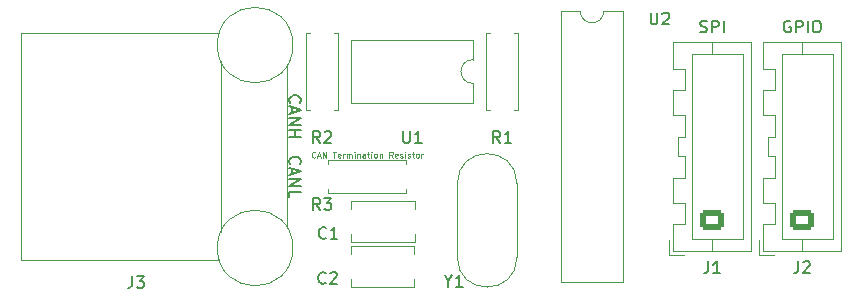
<source format=gto>
%TF.GenerationSoftware,KiCad,Pcbnew,8.0.2*%
%TF.CreationDate,2024-05-12T16:09:50+01:00*%
%TF.ProjectId,TelemetryCANBoard,54656c65-6d65-4747-9279-43414e426f61,rev?*%
%TF.SameCoordinates,Original*%
%TF.FileFunction,Legend,Top*%
%TF.FilePolarity,Positive*%
%FSLAX46Y46*%
G04 Gerber Fmt 4.6, Leading zero omitted, Abs format (unit mm)*
G04 Created by KiCad (PCBNEW 8.0.2) date 2024-05-12 16:09:50*
%MOMM*%
%LPD*%
G01*
G04 APERTURE LIST*
G04 Aperture macros list*
%AMRoundRect*
0 Rectangle with rounded corners*
0 $1 Rounding radius*
0 $2 $3 $4 $5 $6 $7 $8 $9 X,Y pos of 4 corners*
0 Add a 4 corners polygon primitive as box body*
4,1,4,$2,$3,$4,$5,$6,$7,$8,$9,$2,$3,0*
0 Add four circle primitives for the rounded corners*
1,1,$1+$1,$2,$3*
1,1,$1+$1,$4,$5*
1,1,$1+$1,$6,$7*
1,1,$1+$1,$8,$9*
0 Add four rect primitives between the rounded corners*
20,1,$1+$1,$2,$3,$4,$5,0*
20,1,$1+$1,$4,$5,$6,$7,0*
20,1,$1+$1,$6,$7,$8,$9,0*
20,1,$1+$1,$8,$9,$2,$3,0*%
G04 Aperture macros list end*
%ADD10C,0.150000*%
%ADD11C,0.100000*%
%ADD12C,0.120000*%
%ADD13C,3.200000*%
%ADD14C,1.600000*%
%ADD15O,1.600000X1.600000*%
%ADD16RoundRect,0.250000X0.725000X-0.600000X0.725000X0.600000X-0.725000X0.600000X-0.725000X-0.600000X0*%
%ADD17O,1.950000X1.700000*%
%ADD18R,1.600000X1.600000*%
%ADD19C,3.300000*%
%ADD20C,3.000000*%
%ADD21C,1.500000*%
G04 APERTURE END LIST*
D10*
X142084419Y-94202380D02*
X142036800Y-94154761D01*
X142036800Y-94154761D02*
X141989180Y-94011904D01*
X141989180Y-94011904D02*
X141989180Y-93916666D01*
X141989180Y-93916666D02*
X142036800Y-93773809D01*
X142036800Y-93773809D02*
X142132038Y-93678571D01*
X142132038Y-93678571D02*
X142227276Y-93630952D01*
X142227276Y-93630952D02*
X142417752Y-93583333D01*
X142417752Y-93583333D02*
X142560609Y-93583333D01*
X142560609Y-93583333D02*
X142751085Y-93630952D01*
X142751085Y-93630952D02*
X142846323Y-93678571D01*
X142846323Y-93678571D02*
X142941561Y-93773809D01*
X142941561Y-93773809D02*
X142989180Y-93916666D01*
X142989180Y-93916666D02*
X142989180Y-94011904D01*
X142989180Y-94011904D02*
X142941561Y-94154761D01*
X142941561Y-94154761D02*
X142893942Y-94202380D01*
X142274895Y-94583333D02*
X142274895Y-95059523D01*
X141989180Y-94488095D02*
X142989180Y-94821428D01*
X142989180Y-94821428D02*
X141989180Y-95154761D01*
X141989180Y-95488095D02*
X142989180Y-95488095D01*
X142989180Y-95488095D02*
X141989180Y-96059523D01*
X141989180Y-96059523D02*
X142989180Y-96059523D01*
X141989180Y-97011904D02*
X141989180Y-96535714D01*
X141989180Y-96535714D02*
X142989180Y-96535714D01*
X176776191Y-83007200D02*
X176919048Y-83054819D01*
X176919048Y-83054819D02*
X177157143Y-83054819D01*
X177157143Y-83054819D02*
X177252381Y-83007200D01*
X177252381Y-83007200D02*
X177300000Y-82959580D01*
X177300000Y-82959580D02*
X177347619Y-82864342D01*
X177347619Y-82864342D02*
X177347619Y-82769104D01*
X177347619Y-82769104D02*
X177300000Y-82673866D01*
X177300000Y-82673866D02*
X177252381Y-82626247D01*
X177252381Y-82626247D02*
X177157143Y-82578628D01*
X177157143Y-82578628D02*
X176966667Y-82531009D01*
X176966667Y-82531009D02*
X176871429Y-82483390D01*
X176871429Y-82483390D02*
X176823810Y-82435771D01*
X176823810Y-82435771D02*
X176776191Y-82340533D01*
X176776191Y-82340533D02*
X176776191Y-82245295D01*
X176776191Y-82245295D02*
X176823810Y-82150057D01*
X176823810Y-82150057D02*
X176871429Y-82102438D01*
X176871429Y-82102438D02*
X176966667Y-82054819D01*
X176966667Y-82054819D02*
X177204762Y-82054819D01*
X177204762Y-82054819D02*
X177347619Y-82102438D01*
X177776191Y-83054819D02*
X177776191Y-82054819D01*
X177776191Y-82054819D02*
X178157143Y-82054819D01*
X178157143Y-82054819D02*
X178252381Y-82102438D01*
X178252381Y-82102438D02*
X178300000Y-82150057D01*
X178300000Y-82150057D02*
X178347619Y-82245295D01*
X178347619Y-82245295D02*
X178347619Y-82388152D01*
X178347619Y-82388152D02*
X178300000Y-82483390D01*
X178300000Y-82483390D02*
X178252381Y-82531009D01*
X178252381Y-82531009D02*
X178157143Y-82578628D01*
X178157143Y-82578628D02*
X177776191Y-82578628D01*
X178776191Y-83054819D02*
X178776191Y-82054819D01*
D11*
X144197143Y-93611990D02*
X144173334Y-93635800D01*
X144173334Y-93635800D02*
X144101905Y-93659609D01*
X144101905Y-93659609D02*
X144054286Y-93659609D01*
X144054286Y-93659609D02*
X143982858Y-93635800D01*
X143982858Y-93635800D02*
X143935239Y-93588180D01*
X143935239Y-93588180D02*
X143911429Y-93540561D01*
X143911429Y-93540561D02*
X143887620Y-93445323D01*
X143887620Y-93445323D02*
X143887620Y-93373895D01*
X143887620Y-93373895D02*
X143911429Y-93278657D01*
X143911429Y-93278657D02*
X143935239Y-93231038D01*
X143935239Y-93231038D02*
X143982858Y-93183419D01*
X143982858Y-93183419D02*
X144054286Y-93159609D01*
X144054286Y-93159609D02*
X144101905Y-93159609D01*
X144101905Y-93159609D02*
X144173334Y-93183419D01*
X144173334Y-93183419D02*
X144197143Y-93207228D01*
X144387620Y-93516752D02*
X144625715Y-93516752D01*
X144340001Y-93659609D02*
X144506667Y-93159609D01*
X144506667Y-93159609D02*
X144673334Y-93659609D01*
X144840000Y-93659609D02*
X144840000Y-93159609D01*
X144840000Y-93159609D02*
X145125714Y-93659609D01*
X145125714Y-93659609D02*
X145125714Y-93159609D01*
X145673334Y-93159609D02*
X145959048Y-93159609D01*
X145816191Y-93659609D02*
X145816191Y-93159609D01*
X146316190Y-93635800D02*
X146268571Y-93659609D01*
X146268571Y-93659609D02*
X146173333Y-93659609D01*
X146173333Y-93659609D02*
X146125714Y-93635800D01*
X146125714Y-93635800D02*
X146101905Y-93588180D01*
X146101905Y-93588180D02*
X146101905Y-93397704D01*
X146101905Y-93397704D02*
X146125714Y-93350085D01*
X146125714Y-93350085D02*
X146173333Y-93326276D01*
X146173333Y-93326276D02*
X146268571Y-93326276D01*
X146268571Y-93326276D02*
X146316190Y-93350085D01*
X146316190Y-93350085D02*
X146340000Y-93397704D01*
X146340000Y-93397704D02*
X146340000Y-93445323D01*
X146340000Y-93445323D02*
X146101905Y-93492942D01*
X146554285Y-93659609D02*
X146554285Y-93326276D01*
X146554285Y-93421514D02*
X146578095Y-93373895D01*
X146578095Y-93373895D02*
X146601904Y-93350085D01*
X146601904Y-93350085D02*
X146649523Y-93326276D01*
X146649523Y-93326276D02*
X146697142Y-93326276D01*
X146863809Y-93659609D02*
X146863809Y-93326276D01*
X146863809Y-93373895D02*
X146887619Y-93350085D01*
X146887619Y-93350085D02*
X146935238Y-93326276D01*
X146935238Y-93326276D02*
X147006666Y-93326276D01*
X147006666Y-93326276D02*
X147054285Y-93350085D01*
X147054285Y-93350085D02*
X147078095Y-93397704D01*
X147078095Y-93397704D02*
X147078095Y-93659609D01*
X147078095Y-93397704D02*
X147101904Y-93350085D01*
X147101904Y-93350085D02*
X147149523Y-93326276D01*
X147149523Y-93326276D02*
X147220952Y-93326276D01*
X147220952Y-93326276D02*
X147268571Y-93350085D01*
X147268571Y-93350085D02*
X147292381Y-93397704D01*
X147292381Y-93397704D02*
X147292381Y-93659609D01*
X147530476Y-93659609D02*
X147530476Y-93326276D01*
X147530476Y-93159609D02*
X147506667Y-93183419D01*
X147506667Y-93183419D02*
X147530476Y-93207228D01*
X147530476Y-93207228D02*
X147554286Y-93183419D01*
X147554286Y-93183419D02*
X147530476Y-93159609D01*
X147530476Y-93159609D02*
X147530476Y-93207228D01*
X147768571Y-93326276D02*
X147768571Y-93659609D01*
X147768571Y-93373895D02*
X147792381Y-93350085D01*
X147792381Y-93350085D02*
X147840000Y-93326276D01*
X147840000Y-93326276D02*
X147911428Y-93326276D01*
X147911428Y-93326276D02*
X147959047Y-93350085D01*
X147959047Y-93350085D02*
X147982857Y-93397704D01*
X147982857Y-93397704D02*
X147982857Y-93659609D01*
X148435238Y-93659609D02*
X148435238Y-93397704D01*
X148435238Y-93397704D02*
X148411428Y-93350085D01*
X148411428Y-93350085D02*
X148363809Y-93326276D01*
X148363809Y-93326276D02*
X148268571Y-93326276D01*
X148268571Y-93326276D02*
X148220952Y-93350085D01*
X148435238Y-93635800D02*
X148387619Y-93659609D01*
X148387619Y-93659609D02*
X148268571Y-93659609D01*
X148268571Y-93659609D02*
X148220952Y-93635800D01*
X148220952Y-93635800D02*
X148197143Y-93588180D01*
X148197143Y-93588180D02*
X148197143Y-93540561D01*
X148197143Y-93540561D02*
X148220952Y-93492942D01*
X148220952Y-93492942D02*
X148268571Y-93469133D01*
X148268571Y-93469133D02*
X148387619Y-93469133D01*
X148387619Y-93469133D02*
X148435238Y-93445323D01*
X148601905Y-93326276D02*
X148792381Y-93326276D01*
X148673333Y-93159609D02*
X148673333Y-93588180D01*
X148673333Y-93588180D02*
X148697143Y-93635800D01*
X148697143Y-93635800D02*
X148744762Y-93659609D01*
X148744762Y-93659609D02*
X148792381Y-93659609D01*
X148959047Y-93659609D02*
X148959047Y-93326276D01*
X148959047Y-93159609D02*
X148935238Y-93183419D01*
X148935238Y-93183419D02*
X148959047Y-93207228D01*
X148959047Y-93207228D02*
X148982857Y-93183419D01*
X148982857Y-93183419D02*
X148959047Y-93159609D01*
X148959047Y-93159609D02*
X148959047Y-93207228D01*
X149268571Y-93659609D02*
X149220952Y-93635800D01*
X149220952Y-93635800D02*
X149197142Y-93611990D01*
X149197142Y-93611990D02*
X149173333Y-93564371D01*
X149173333Y-93564371D02*
X149173333Y-93421514D01*
X149173333Y-93421514D02*
X149197142Y-93373895D01*
X149197142Y-93373895D02*
X149220952Y-93350085D01*
X149220952Y-93350085D02*
X149268571Y-93326276D01*
X149268571Y-93326276D02*
X149339999Y-93326276D01*
X149339999Y-93326276D02*
X149387618Y-93350085D01*
X149387618Y-93350085D02*
X149411428Y-93373895D01*
X149411428Y-93373895D02*
X149435237Y-93421514D01*
X149435237Y-93421514D02*
X149435237Y-93564371D01*
X149435237Y-93564371D02*
X149411428Y-93611990D01*
X149411428Y-93611990D02*
X149387618Y-93635800D01*
X149387618Y-93635800D02*
X149339999Y-93659609D01*
X149339999Y-93659609D02*
X149268571Y-93659609D01*
X149649523Y-93326276D02*
X149649523Y-93659609D01*
X149649523Y-93373895D02*
X149673333Y-93350085D01*
X149673333Y-93350085D02*
X149720952Y-93326276D01*
X149720952Y-93326276D02*
X149792380Y-93326276D01*
X149792380Y-93326276D02*
X149839999Y-93350085D01*
X149839999Y-93350085D02*
X149863809Y-93397704D01*
X149863809Y-93397704D02*
X149863809Y-93659609D01*
X150768570Y-93659609D02*
X150601904Y-93421514D01*
X150482856Y-93659609D02*
X150482856Y-93159609D01*
X150482856Y-93159609D02*
X150673332Y-93159609D01*
X150673332Y-93159609D02*
X150720951Y-93183419D01*
X150720951Y-93183419D02*
X150744761Y-93207228D01*
X150744761Y-93207228D02*
X150768570Y-93254847D01*
X150768570Y-93254847D02*
X150768570Y-93326276D01*
X150768570Y-93326276D02*
X150744761Y-93373895D01*
X150744761Y-93373895D02*
X150720951Y-93397704D01*
X150720951Y-93397704D02*
X150673332Y-93421514D01*
X150673332Y-93421514D02*
X150482856Y-93421514D01*
X151173332Y-93635800D02*
X151125713Y-93659609D01*
X151125713Y-93659609D02*
X151030475Y-93659609D01*
X151030475Y-93659609D02*
X150982856Y-93635800D01*
X150982856Y-93635800D02*
X150959047Y-93588180D01*
X150959047Y-93588180D02*
X150959047Y-93397704D01*
X150959047Y-93397704D02*
X150982856Y-93350085D01*
X150982856Y-93350085D02*
X151030475Y-93326276D01*
X151030475Y-93326276D02*
X151125713Y-93326276D01*
X151125713Y-93326276D02*
X151173332Y-93350085D01*
X151173332Y-93350085D02*
X151197142Y-93397704D01*
X151197142Y-93397704D02*
X151197142Y-93445323D01*
X151197142Y-93445323D02*
X150959047Y-93492942D01*
X151387618Y-93635800D02*
X151435237Y-93659609D01*
X151435237Y-93659609D02*
X151530475Y-93659609D01*
X151530475Y-93659609D02*
X151578094Y-93635800D01*
X151578094Y-93635800D02*
X151601903Y-93588180D01*
X151601903Y-93588180D02*
X151601903Y-93564371D01*
X151601903Y-93564371D02*
X151578094Y-93516752D01*
X151578094Y-93516752D02*
X151530475Y-93492942D01*
X151530475Y-93492942D02*
X151459046Y-93492942D01*
X151459046Y-93492942D02*
X151411427Y-93469133D01*
X151411427Y-93469133D02*
X151387618Y-93421514D01*
X151387618Y-93421514D02*
X151387618Y-93397704D01*
X151387618Y-93397704D02*
X151411427Y-93350085D01*
X151411427Y-93350085D02*
X151459046Y-93326276D01*
X151459046Y-93326276D02*
X151530475Y-93326276D01*
X151530475Y-93326276D02*
X151578094Y-93350085D01*
X151816189Y-93659609D02*
X151816189Y-93326276D01*
X151816189Y-93159609D02*
X151792380Y-93183419D01*
X151792380Y-93183419D02*
X151816189Y-93207228D01*
X151816189Y-93207228D02*
X151839999Y-93183419D01*
X151839999Y-93183419D02*
X151816189Y-93159609D01*
X151816189Y-93159609D02*
X151816189Y-93207228D01*
X152030475Y-93635800D02*
X152078094Y-93659609D01*
X152078094Y-93659609D02*
X152173332Y-93659609D01*
X152173332Y-93659609D02*
X152220951Y-93635800D01*
X152220951Y-93635800D02*
X152244760Y-93588180D01*
X152244760Y-93588180D02*
X152244760Y-93564371D01*
X152244760Y-93564371D02*
X152220951Y-93516752D01*
X152220951Y-93516752D02*
X152173332Y-93492942D01*
X152173332Y-93492942D02*
X152101903Y-93492942D01*
X152101903Y-93492942D02*
X152054284Y-93469133D01*
X152054284Y-93469133D02*
X152030475Y-93421514D01*
X152030475Y-93421514D02*
X152030475Y-93397704D01*
X152030475Y-93397704D02*
X152054284Y-93350085D01*
X152054284Y-93350085D02*
X152101903Y-93326276D01*
X152101903Y-93326276D02*
X152173332Y-93326276D01*
X152173332Y-93326276D02*
X152220951Y-93350085D01*
X152387618Y-93326276D02*
X152578094Y-93326276D01*
X152459046Y-93159609D02*
X152459046Y-93588180D01*
X152459046Y-93588180D02*
X152482856Y-93635800D01*
X152482856Y-93635800D02*
X152530475Y-93659609D01*
X152530475Y-93659609D02*
X152578094Y-93659609D01*
X152816189Y-93659609D02*
X152768570Y-93635800D01*
X152768570Y-93635800D02*
X152744760Y-93611990D01*
X152744760Y-93611990D02*
X152720951Y-93564371D01*
X152720951Y-93564371D02*
X152720951Y-93421514D01*
X152720951Y-93421514D02*
X152744760Y-93373895D01*
X152744760Y-93373895D02*
X152768570Y-93350085D01*
X152768570Y-93350085D02*
X152816189Y-93326276D01*
X152816189Y-93326276D02*
X152887617Y-93326276D01*
X152887617Y-93326276D02*
X152935236Y-93350085D01*
X152935236Y-93350085D02*
X152959046Y-93373895D01*
X152959046Y-93373895D02*
X152982855Y-93421514D01*
X152982855Y-93421514D02*
X152982855Y-93564371D01*
X152982855Y-93564371D02*
X152959046Y-93611990D01*
X152959046Y-93611990D02*
X152935236Y-93635800D01*
X152935236Y-93635800D02*
X152887617Y-93659609D01*
X152887617Y-93659609D02*
X152816189Y-93659609D01*
X153197141Y-93659609D02*
X153197141Y-93326276D01*
X153197141Y-93421514D02*
X153220951Y-93373895D01*
X153220951Y-93373895D02*
X153244760Y-93350085D01*
X153244760Y-93350085D02*
X153292379Y-93326276D01*
X153292379Y-93326276D02*
X153339998Y-93326276D01*
D10*
X142084419Y-89003333D02*
X142036800Y-88955714D01*
X142036800Y-88955714D02*
X141989180Y-88812857D01*
X141989180Y-88812857D02*
X141989180Y-88717619D01*
X141989180Y-88717619D02*
X142036800Y-88574762D01*
X142036800Y-88574762D02*
X142132038Y-88479524D01*
X142132038Y-88479524D02*
X142227276Y-88431905D01*
X142227276Y-88431905D02*
X142417752Y-88384286D01*
X142417752Y-88384286D02*
X142560609Y-88384286D01*
X142560609Y-88384286D02*
X142751085Y-88431905D01*
X142751085Y-88431905D02*
X142846323Y-88479524D01*
X142846323Y-88479524D02*
X142941561Y-88574762D01*
X142941561Y-88574762D02*
X142989180Y-88717619D01*
X142989180Y-88717619D02*
X142989180Y-88812857D01*
X142989180Y-88812857D02*
X142941561Y-88955714D01*
X142941561Y-88955714D02*
X142893942Y-89003333D01*
X142274895Y-89384286D02*
X142274895Y-89860476D01*
X141989180Y-89289048D02*
X142989180Y-89622381D01*
X142989180Y-89622381D02*
X141989180Y-89955714D01*
X141989180Y-90289048D02*
X142989180Y-90289048D01*
X142989180Y-90289048D02*
X141989180Y-90860476D01*
X141989180Y-90860476D02*
X142989180Y-90860476D01*
X141989180Y-91336667D02*
X142989180Y-91336667D01*
X142512990Y-91336667D02*
X142512990Y-91908095D01*
X141989180Y-91908095D02*
X142989180Y-91908095D01*
X184420000Y-82102438D02*
X184324762Y-82054819D01*
X184324762Y-82054819D02*
X184181905Y-82054819D01*
X184181905Y-82054819D02*
X184039048Y-82102438D01*
X184039048Y-82102438D02*
X183943810Y-82197676D01*
X183943810Y-82197676D02*
X183896191Y-82292914D01*
X183896191Y-82292914D02*
X183848572Y-82483390D01*
X183848572Y-82483390D02*
X183848572Y-82626247D01*
X183848572Y-82626247D02*
X183896191Y-82816723D01*
X183896191Y-82816723D02*
X183943810Y-82911961D01*
X183943810Y-82911961D02*
X184039048Y-83007200D01*
X184039048Y-83007200D02*
X184181905Y-83054819D01*
X184181905Y-83054819D02*
X184277143Y-83054819D01*
X184277143Y-83054819D02*
X184420000Y-83007200D01*
X184420000Y-83007200D02*
X184467619Y-82959580D01*
X184467619Y-82959580D02*
X184467619Y-82626247D01*
X184467619Y-82626247D02*
X184277143Y-82626247D01*
X184896191Y-83054819D02*
X184896191Y-82054819D01*
X184896191Y-82054819D02*
X185277143Y-82054819D01*
X185277143Y-82054819D02*
X185372381Y-82102438D01*
X185372381Y-82102438D02*
X185420000Y-82150057D01*
X185420000Y-82150057D02*
X185467619Y-82245295D01*
X185467619Y-82245295D02*
X185467619Y-82388152D01*
X185467619Y-82388152D02*
X185420000Y-82483390D01*
X185420000Y-82483390D02*
X185372381Y-82531009D01*
X185372381Y-82531009D02*
X185277143Y-82578628D01*
X185277143Y-82578628D02*
X184896191Y-82578628D01*
X185896191Y-83054819D02*
X185896191Y-82054819D01*
X186562857Y-82054819D02*
X186753333Y-82054819D01*
X186753333Y-82054819D02*
X186848571Y-82102438D01*
X186848571Y-82102438D02*
X186943809Y-82197676D01*
X186943809Y-82197676D02*
X186991428Y-82388152D01*
X186991428Y-82388152D02*
X186991428Y-82721485D01*
X186991428Y-82721485D02*
X186943809Y-82911961D01*
X186943809Y-82911961D02*
X186848571Y-83007200D01*
X186848571Y-83007200D02*
X186753333Y-83054819D01*
X186753333Y-83054819D02*
X186562857Y-83054819D01*
X186562857Y-83054819D02*
X186467619Y-83007200D01*
X186467619Y-83007200D02*
X186372381Y-82911961D01*
X186372381Y-82911961D02*
X186324762Y-82721485D01*
X186324762Y-82721485D02*
X186324762Y-82388152D01*
X186324762Y-82388152D02*
X186372381Y-82197676D01*
X186372381Y-82197676D02*
X186467619Y-82102438D01*
X186467619Y-82102438D02*
X186562857Y-82054819D01*
X159853333Y-92402819D02*
X159520000Y-91926628D01*
X159281905Y-92402819D02*
X159281905Y-91402819D01*
X159281905Y-91402819D02*
X159662857Y-91402819D01*
X159662857Y-91402819D02*
X159758095Y-91450438D01*
X159758095Y-91450438D02*
X159805714Y-91498057D01*
X159805714Y-91498057D02*
X159853333Y-91593295D01*
X159853333Y-91593295D02*
X159853333Y-91736152D01*
X159853333Y-91736152D02*
X159805714Y-91831390D01*
X159805714Y-91831390D02*
X159758095Y-91879009D01*
X159758095Y-91879009D02*
X159662857Y-91926628D01*
X159662857Y-91926628D02*
X159281905Y-91926628D01*
X160805714Y-92402819D02*
X160234286Y-92402819D01*
X160520000Y-92402819D02*
X160520000Y-91402819D01*
X160520000Y-91402819D02*
X160424762Y-91545676D01*
X160424762Y-91545676D02*
X160329524Y-91640914D01*
X160329524Y-91640914D02*
X160234286Y-91688533D01*
X177466666Y-102424819D02*
X177466666Y-103139104D01*
X177466666Y-103139104D02*
X177419047Y-103281961D01*
X177419047Y-103281961D02*
X177323809Y-103377200D01*
X177323809Y-103377200D02*
X177180952Y-103424819D01*
X177180952Y-103424819D02*
X177085714Y-103424819D01*
X178466666Y-103424819D02*
X177895238Y-103424819D01*
X178180952Y-103424819D02*
X178180952Y-102424819D01*
X178180952Y-102424819D02*
X178085714Y-102567676D01*
X178085714Y-102567676D02*
X177990476Y-102662914D01*
X177990476Y-102662914D02*
X177895238Y-102710533D01*
X144613333Y-92402819D02*
X144280000Y-91926628D01*
X144041905Y-92402819D02*
X144041905Y-91402819D01*
X144041905Y-91402819D02*
X144422857Y-91402819D01*
X144422857Y-91402819D02*
X144518095Y-91450438D01*
X144518095Y-91450438D02*
X144565714Y-91498057D01*
X144565714Y-91498057D02*
X144613333Y-91593295D01*
X144613333Y-91593295D02*
X144613333Y-91736152D01*
X144613333Y-91736152D02*
X144565714Y-91831390D01*
X144565714Y-91831390D02*
X144518095Y-91879009D01*
X144518095Y-91879009D02*
X144422857Y-91926628D01*
X144422857Y-91926628D02*
X144041905Y-91926628D01*
X144994286Y-91498057D02*
X145041905Y-91450438D01*
X145041905Y-91450438D02*
X145137143Y-91402819D01*
X145137143Y-91402819D02*
X145375238Y-91402819D01*
X145375238Y-91402819D02*
X145470476Y-91450438D01*
X145470476Y-91450438D02*
X145518095Y-91498057D01*
X145518095Y-91498057D02*
X145565714Y-91593295D01*
X145565714Y-91593295D02*
X145565714Y-91688533D01*
X145565714Y-91688533D02*
X145518095Y-91831390D01*
X145518095Y-91831390D02*
X144946667Y-92402819D01*
X144946667Y-92402819D02*
X145565714Y-92402819D01*
X151638095Y-91402819D02*
X151638095Y-92212342D01*
X151638095Y-92212342D02*
X151685714Y-92307580D01*
X151685714Y-92307580D02*
X151733333Y-92355200D01*
X151733333Y-92355200D02*
X151828571Y-92402819D01*
X151828571Y-92402819D02*
X152019047Y-92402819D01*
X152019047Y-92402819D02*
X152114285Y-92355200D01*
X152114285Y-92355200D02*
X152161904Y-92307580D01*
X152161904Y-92307580D02*
X152209523Y-92212342D01*
X152209523Y-92212342D02*
X152209523Y-91402819D01*
X153209523Y-92402819D02*
X152638095Y-92402819D01*
X152923809Y-92402819D02*
X152923809Y-91402819D01*
X152923809Y-91402819D02*
X152828571Y-91545676D01*
X152828571Y-91545676D02*
X152733333Y-91640914D01*
X152733333Y-91640914D02*
X152638095Y-91688533D01*
X128698666Y-103691819D02*
X128698666Y-104406104D01*
X128698666Y-104406104D02*
X128651047Y-104548961D01*
X128651047Y-104548961D02*
X128555809Y-104644200D01*
X128555809Y-104644200D02*
X128412952Y-104691819D01*
X128412952Y-104691819D02*
X128317714Y-104691819D01*
X129079619Y-103691819D02*
X129698666Y-103691819D01*
X129698666Y-103691819D02*
X129365333Y-104072771D01*
X129365333Y-104072771D02*
X129508190Y-104072771D01*
X129508190Y-104072771D02*
X129603428Y-104120390D01*
X129603428Y-104120390D02*
X129651047Y-104168009D01*
X129651047Y-104168009D02*
X129698666Y-104263247D01*
X129698666Y-104263247D02*
X129698666Y-104501342D01*
X129698666Y-104501342D02*
X129651047Y-104596580D01*
X129651047Y-104596580D02*
X129603428Y-104644200D01*
X129603428Y-104644200D02*
X129508190Y-104691819D01*
X129508190Y-104691819D02*
X129222476Y-104691819D01*
X129222476Y-104691819D02*
X129127238Y-104644200D01*
X129127238Y-104644200D02*
X129079619Y-104596580D01*
X155479809Y-104118628D02*
X155479809Y-104594819D01*
X155146476Y-103594819D02*
X155479809Y-104118628D01*
X155479809Y-104118628D02*
X155813142Y-103594819D01*
X156670285Y-104594819D02*
X156098857Y-104594819D01*
X156384571Y-104594819D02*
X156384571Y-103594819D01*
X156384571Y-103594819D02*
X156289333Y-103737676D01*
X156289333Y-103737676D02*
X156194095Y-103832914D01*
X156194095Y-103832914D02*
X156098857Y-103880533D01*
X185086666Y-102424819D02*
X185086666Y-103139104D01*
X185086666Y-103139104D02*
X185039047Y-103281961D01*
X185039047Y-103281961D02*
X184943809Y-103377200D01*
X184943809Y-103377200D02*
X184800952Y-103424819D01*
X184800952Y-103424819D02*
X184705714Y-103424819D01*
X185515238Y-102520057D02*
X185562857Y-102472438D01*
X185562857Y-102472438D02*
X185658095Y-102424819D01*
X185658095Y-102424819D02*
X185896190Y-102424819D01*
X185896190Y-102424819D02*
X185991428Y-102472438D01*
X185991428Y-102472438D02*
X186039047Y-102520057D01*
X186039047Y-102520057D02*
X186086666Y-102615295D01*
X186086666Y-102615295D02*
X186086666Y-102710533D01*
X186086666Y-102710533D02*
X186039047Y-102853390D01*
X186039047Y-102853390D02*
X185467619Y-103424819D01*
X185467619Y-103424819D02*
X186086666Y-103424819D01*
X144613333Y-98074819D02*
X144280000Y-97598628D01*
X144041905Y-98074819D02*
X144041905Y-97074819D01*
X144041905Y-97074819D02*
X144422857Y-97074819D01*
X144422857Y-97074819D02*
X144518095Y-97122438D01*
X144518095Y-97122438D02*
X144565714Y-97170057D01*
X144565714Y-97170057D02*
X144613333Y-97265295D01*
X144613333Y-97265295D02*
X144613333Y-97408152D01*
X144613333Y-97408152D02*
X144565714Y-97503390D01*
X144565714Y-97503390D02*
X144518095Y-97551009D01*
X144518095Y-97551009D02*
X144422857Y-97598628D01*
X144422857Y-97598628D02*
X144041905Y-97598628D01*
X144946667Y-97074819D02*
X145565714Y-97074819D01*
X145565714Y-97074819D02*
X145232381Y-97455771D01*
X145232381Y-97455771D02*
X145375238Y-97455771D01*
X145375238Y-97455771D02*
X145470476Y-97503390D01*
X145470476Y-97503390D02*
X145518095Y-97551009D01*
X145518095Y-97551009D02*
X145565714Y-97646247D01*
X145565714Y-97646247D02*
X145565714Y-97884342D01*
X145565714Y-97884342D02*
X145518095Y-97979580D01*
X145518095Y-97979580D02*
X145470476Y-98027200D01*
X145470476Y-98027200D02*
X145375238Y-98074819D01*
X145375238Y-98074819D02*
X145089524Y-98074819D01*
X145089524Y-98074819D02*
X144994286Y-98027200D01*
X144994286Y-98027200D02*
X144946667Y-97979580D01*
X172593095Y-81369819D02*
X172593095Y-82179342D01*
X172593095Y-82179342D02*
X172640714Y-82274580D01*
X172640714Y-82274580D02*
X172688333Y-82322200D01*
X172688333Y-82322200D02*
X172783571Y-82369819D01*
X172783571Y-82369819D02*
X172974047Y-82369819D01*
X172974047Y-82369819D02*
X173069285Y-82322200D01*
X173069285Y-82322200D02*
X173116904Y-82274580D01*
X173116904Y-82274580D02*
X173164523Y-82179342D01*
X173164523Y-82179342D02*
X173164523Y-81369819D01*
X173593095Y-81465057D02*
X173640714Y-81417438D01*
X173640714Y-81417438D02*
X173735952Y-81369819D01*
X173735952Y-81369819D02*
X173974047Y-81369819D01*
X173974047Y-81369819D02*
X174069285Y-81417438D01*
X174069285Y-81417438D02*
X174116904Y-81465057D01*
X174116904Y-81465057D02*
X174164523Y-81560295D01*
X174164523Y-81560295D02*
X174164523Y-81655533D01*
X174164523Y-81655533D02*
X174116904Y-81798390D01*
X174116904Y-81798390D02*
X173545476Y-82369819D01*
X173545476Y-82369819D02*
X174164523Y-82369819D01*
X145121333Y-100435580D02*
X145073714Y-100483200D01*
X145073714Y-100483200D02*
X144930857Y-100530819D01*
X144930857Y-100530819D02*
X144835619Y-100530819D01*
X144835619Y-100530819D02*
X144692762Y-100483200D01*
X144692762Y-100483200D02*
X144597524Y-100387961D01*
X144597524Y-100387961D02*
X144549905Y-100292723D01*
X144549905Y-100292723D02*
X144502286Y-100102247D01*
X144502286Y-100102247D02*
X144502286Y-99959390D01*
X144502286Y-99959390D02*
X144549905Y-99768914D01*
X144549905Y-99768914D02*
X144597524Y-99673676D01*
X144597524Y-99673676D02*
X144692762Y-99578438D01*
X144692762Y-99578438D02*
X144835619Y-99530819D01*
X144835619Y-99530819D02*
X144930857Y-99530819D01*
X144930857Y-99530819D02*
X145073714Y-99578438D01*
X145073714Y-99578438D02*
X145121333Y-99626057D01*
X146073714Y-100530819D02*
X145502286Y-100530819D01*
X145788000Y-100530819D02*
X145788000Y-99530819D01*
X145788000Y-99530819D02*
X145692762Y-99673676D01*
X145692762Y-99673676D02*
X145597524Y-99768914D01*
X145597524Y-99768914D02*
X145502286Y-99816533D01*
X145081333Y-104245580D02*
X145033714Y-104293200D01*
X145033714Y-104293200D02*
X144890857Y-104340819D01*
X144890857Y-104340819D02*
X144795619Y-104340819D01*
X144795619Y-104340819D02*
X144652762Y-104293200D01*
X144652762Y-104293200D02*
X144557524Y-104197961D01*
X144557524Y-104197961D02*
X144509905Y-104102723D01*
X144509905Y-104102723D02*
X144462286Y-103912247D01*
X144462286Y-103912247D02*
X144462286Y-103769390D01*
X144462286Y-103769390D02*
X144509905Y-103578914D01*
X144509905Y-103578914D02*
X144557524Y-103483676D01*
X144557524Y-103483676D02*
X144652762Y-103388438D01*
X144652762Y-103388438D02*
X144795619Y-103340819D01*
X144795619Y-103340819D02*
X144890857Y-103340819D01*
X144890857Y-103340819D02*
X145033714Y-103388438D01*
X145033714Y-103388438D02*
X145081333Y-103436057D01*
X145462286Y-103436057D02*
X145509905Y-103388438D01*
X145509905Y-103388438D02*
X145605143Y-103340819D01*
X145605143Y-103340819D02*
X145843238Y-103340819D01*
X145843238Y-103340819D02*
X145938476Y-103388438D01*
X145938476Y-103388438D02*
X145986095Y-103436057D01*
X145986095Y-103436057D02*
X146033714Y-103531295D01*
X146033714Y-103531295D02*
X146033714Y-103626533D01*
X146033714Y-103626533D02*
X145986095Y-103769390D01*
X145986095Y-103769390D02*
X145414667Y-104340819D01*
X145414667Y-104340819D02*
X146033714Y-104340819D01*
D12*
%TO.C,R1*%
X158650000Y-89630000D02*
X158650000Y-83090000D01*
X158980000Y-89630000D02*
X158650000Y-89630000D01*
X161060000Y-89630000D02*
X161390000Y-89630000D01*
X161390000Y-89630000D02*
X161390000Y-83090000D01*
X158650000Y-83090000D02*
X158980000Y-83090000D01*
X161390000Y-83090000D02*
X161060000Y-83090000D01*
%TO.C,J1*%
X174190000Y-101870000D02*
X175440000Y-101870000D01*
X174490000Y-101570000D02*
X181110000Y-101570000D01*
X177800000Y-101570000D02*
X177800000Y-100560000D01*
X181110000Y-101570000D02*
X181110000Y-83850000D01*
X174190000Y-100620000D02*
X174190000Y-101870000D01*
X176100000Y-100560000D02*
X180400000Y-100560000D01*
X180400000Y-100560000D02*
X180400000Y-84860000D01*
X174490000Y-99270000D02*
X174490000Y-101570000D01*
X175490000Y-99270000D02*
X174490000Y-99270000D01*
X174490000Y-97510000D02*
X175490000Y-97510000D01*
X175490000Y-97510000D02*
X175490000Y-99270000D01*
X174490000Y-95410000D02*
X174490000Y-97510000D01*
X175490000Y-95410000D02*
X174490000Y-95410000D01*
X174890000Y-93510000D02*
X175490000Y-93510000D01*
X175490000Y-93510000D02*
X175490000Y-95410000D01*
X174890000Y-91910000D02*
X174890000Y-93510000D01*
X175490000Y-91910000D02*
X174890000Y-91910000D01*
X174490000Y-90010000D02*
X175490000Y-90010000D01*
X175490000Y-90010000D02*
X175490000Y-91910000D01*
X174490000Y-87910000D02*
X174490000Y-90010000D01*
X175490000Y-87910000D02*
X174490000Y-87910000D01*
X174490000Y-86150000D02*
X175490000Y-86150000D01*
X175490000Y-86150000D02*
X175490000Y-87910000D01*
X176100000Y-84860000D02*
X176100000Y-100560000D01*
X180400000Y-84860000D02*
X176100000Y-84860000D01*
X174490000Y-83850000D02*
X174490000Y-86150000D01*
X177800000Y-83850000D02*
X177800000Y-84860000D01*
X181110000Y-83850000D02*
X174490000Y-83850000D01*
%TO.C,R2*%
X146150000Y-83090000D02*
X146150000Y-89630000D01*
X145820000Y-83090000D02*
X146150000Y-83090000D01*
X143740000Y-83090000D02*
X143410000Y-83090000D01*
X143410000Y-83090000D02*
X143410000Y-89630000D01*
X146150000Y-89630000D02*
X145820000Y-89630000D01*
X143410000Y-89630000D02*
X143740000Y-89630000D01*
%TO.C,U1*%
X157540000Y-83710000D02*
X147260000Y-83710000D01*
X147260000Y-83710000D02*
X147260000Y-89010000D01*
X157540000Y-85360000D02*
X157540000Y-83710000D01*
X157540000Y-89010000D02*
X157540000Y-87360000D01*
X147260000Y-89010000D02*
X157540000Y-89010000D01*
X157540000Y-87360000D02*
G75*
G02*
X157540000Y-85360000I0J1000000D01*
G01*
%TO.C,J3*%
X119310000Y-83120000D02*
X136020000Y-83120000D01*
X136210000Y-85507500D02*
X136210000Y-99912500D01*
X141810000Y-85860000D02*
X141810000Y-99560000D01*
X136020000Y-102300000D02*
X119310000Y-102300000D01*
X119310000Y-102300000D02*
X119310000Y-83120000D01*
X142310000Y-84120000D02*
G75*
G02*
X135910000Y-84120000I-3200000J0D01*
G01*
X135910000Y-84120000D02*
G75*
G02*
X142310000Y-84120000I3200000J0D01*
G01*
X142310000Y-101300000D02*
G75*
G02*
X135910000Y-101300000I-3200000J0D01*
G01*
X135910000Y-101300000D02*
G75*
G02*
X142310000Y-101300000I3200000J0D01*
G01*
%TO.C,Y1*%
X161275000Y-95835000D02*
X161275000Y-102085000D01*
X156225000Y-95835000D02*
X156225000Y-102085000D01*
X156225000Y-95835000D02*
G75*
G02*
X161275000Y-95835000I2525000J0D01*
G01*
X161275000Y-102085000D02*
G75*
G02*
X156225000Y-102085000I-2525000J0D01*
G01*
%TO.C,J2*%
X181810000Y-101870000D02*
X183060000Y-101870000D01*
X182110000Y-101570000D02*
X188730000Y-101570000D01*
X185420000Y-101570000D02*
X185420000Y-100560000D01*
X188730000Y-101570000D02*
X188730000Y-83850000D01*
X181810000Y-100620000D02*
X181810000Y-101870000D01*
X183720000Y-100560000D02*
X188020000Y-100560000D01*
X188020000Y-100560000D02*
X188020000Y-84860000D01*
X182110000Y-99270000D02*
X182110000Y-101570000D01*
X183110000Y-99270000D02*
X182110000Y-99270000D01*
X182110000Y-97510000D02*
X183110000Y-97510000D01*
X183110000Y-97510000D02*
X183110000Y-99270000D01*
X182110000Y-95410000D02*
X182110000Y-97510000D01*
X183110000Y-95410000D02*
X182110000Y-95410000D01*
X182510000Y-93510000D02*
X183110000Y-93510000D01*
X183110000Y-93510000D02*
X183110000Y-95410000D01*
X182510000Y-91910000D02*
X182510000Y-93510000D01*
X183110000Y-91910000D02*
X182510000Y-91910000D01*
X182110000Y-90010000D02*
X183110000Y-90010000D01*
X183110000Y-90010000D02*
X183110000Y-91910000D01*
X182110000Y-87910000D02*
X182110000Y-90010000D01*
X183110000Y-87910000D02*
X182110000Y-87910000D01*
X182110000Y-86150000D02*
X183110000Y-86150000D01*
X183110000Y-86150000D02*
X183110000Y-87910000D01*
X183720000Y-84860000D02*
X183720000Y-100560000D01*
X188020000Y-84860000D02*
X183720000Y-84860000D01*
X182110000Y-83850000D02*
X182110000Y-86150000D01*
X185420000Y-83850000D02*
X185420000Y-84860000D01*
X188730000Y-83850000D02*
X182110000Y-83850000D01*
%TO.C,R3*%
X151860000Y-96620000D02*
X145320000Y-96620000D01*
X151860000Y-96290000D02*
X151860000Y-96620000D01*
X151860000Y-94210000D02*
X151860000Y-93880000D01*
X151860000Y-93880000D02*
X145320000Y-93880000D01*
X145320000Y-96620000D02*
X145320000Y-96290000D01*
X145320000Y-93880000D02*
X145320000Y-94210000D01*
%TO.C,U2*%
X164990000Y-81220000D02*
X164990000Y-104200000D01*
X164990000Y-104200000D02*
X170290000Y-104200000D01*
X166640000Y-81220000D02*
X164990000Y-81220000D01*
X170290000Y-81220000D02*
X168640000Y-81220000D01*
X170290000Y-104200000D02*
X170290000Y-81220000D01*
X168640000Y-81220000D02*
G75*
G02*
X166640000Y-81220000I-1000000J0D01*
G01*
%TO.C,C1*%
X147270000Y-97339000D02*
X147270000Y-98005000D01*
X147270000Y-97339000D02*
X152610000Y-97339000D01*
X147270000Y-100115000D02*
X147270000Y-100781000D01*
X147270000Y-100781000D02*
X152610000Y-100781000D01*
X152610000Y-97339000D02*
X152610000Y-98005000D01*
X152610000Y-100115000D02*
X152610000Y-100781000D01*
%TO.C,C2*%
X147230000Y-101149000D02*
X147230000Y-101815000D01*
X147230000Y-101149000D02*
X152570000Y-101149000D01*
X147230000Y-103925000D02*
X147230000Y-104591000D01*
X147230000Y-104591000D02*
X152570000Y-104591000D01*
X152570000Y-101149000D02*
X152570000Y-101815000D01*
X152570000Y-103925000D02*
X152570000Y-104591000D01*
%TD*%
%LPC*%
D13*
%TO.C,MNT4*%
X128270000Y-106680000D03*
%TD*%
D14*
%TO.C,R1*%
X160020000Y-90170000D03*
D15*
X160020000Y-82550000D03*
%TD*%
D16*
%TO.C,J1*%
X177800000Y-98960000D03*
D17*
X177800000Y-96460000D03*
X177800000Y-93960000D03*
X177800000Y-91460000D03*
X177800000Y-88960000D03*
X177800000Y-86460000D03*
%TD*%
D14*
%TO.C,R2*%
X144780000Y-82550000D03*
D15*
X144780000Y-90170000D03*
%TD*%
D13*
%TO.C,MNT1*%
X185420000Y-106680000D03*
%TD*%
D18*
%TO.C,U1*%
X156210000Y-82550000D03*
D15*
X153670000Y-82550000D03*
X151130000Y-82550000D03*
X148590000Y-82550000D03*
X148590000Y-90170000D03*
X151130000Y-90170000D03*
X153670000Y-90170000D03*
X156210000Y-90170000D03*
%TD*%
D19*
%TO.C,J3*%
X139110000Y-84120000D03*
X139110000Y-101300000D03*
D20*
X139110000Y-90010000D03*
X139110000Y-95410000D03*
%TD*%
D21*
%TO.C,Y1*%
X158750000Y-96520000D03*
X158750000Y-101400000D03*
%TD*%
D16*
%TO.C,J2*%
X185420000Y-98960000D03*
D17*
X185420000Y-96460000D03*
X185420000Y-93960000D03*
X185420000Y-91460000D03*
X185420000Y-88960000D03*
X185420000Y-86460000D03*
%TD*%
D13*
%TO.C,MNT3*%
X128270000Y-78740000D03*
%TD*%
D14*
%TO.C,R3*%
X152400000Y-95250000D03*
D15*
X144780000Y-95250000D03*
%TD*%
D18*
%TO.C,U2*%
X163830000Y-82550000D03*
D15*
X163830000Y-85090000D03*
X163830000Y-87630000D03*
X163830000Y-90170000D03*
X163830000Y-92710000D03*
X163830000Y-95250000D03*
X163830000Y-97790000D03*
X163830000Y-100330000D03*
X163830000Y-102870000D03*
X171450000Y-102870000D03*
X171450000Y-100330000D03*
X171450000Y-97790000D03*
X171450000Y-95250000D03*
X171450000Y-92710000D03*
X171450000Y-90170000D03*
X171450000Y-87630000D03*
X171450000Y-85090000D03*
X171450000Y-82550000D03*
%TD*%
D13*
%TO.C,MNT2*%
X185420000Y-78740000D03*
%TD*%
D14*
%TO.C,C1*%
X147440000Y-99060000D03*
X152440000Y-99060000D03*
%TD*%
%TO.C,C2*%
X147400000Y-102870000D03*
X152400000Y-102870000D03*
%TD*%
%LPD*%
M02*

</source>
